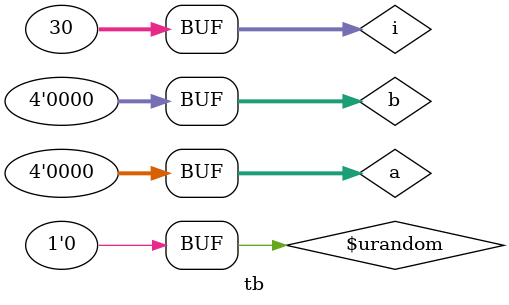
<source format=v>
`timescale 1ns / 1ps
 
module top(
    input [3:0] a,b,
    output [4:0] y
    );
 
reg [4:0] temp;
 
always@(*)
begin
temp = a + b;
end    
assign y = temp;  
    
  
endmodule
 
/////////////////////////////////
 
module tb;
 
reg [3:0] a = 0, b = 0;
wire [4:0] y;
 
top dut (a, b, y); ///implicit 
 
integer i = 0;
initial begin
for(i = 0; i< 30; i = i+1) begin
a = $urandom;
b = $urandom;
#10;
end
end
 
 
endmodule
</source>
